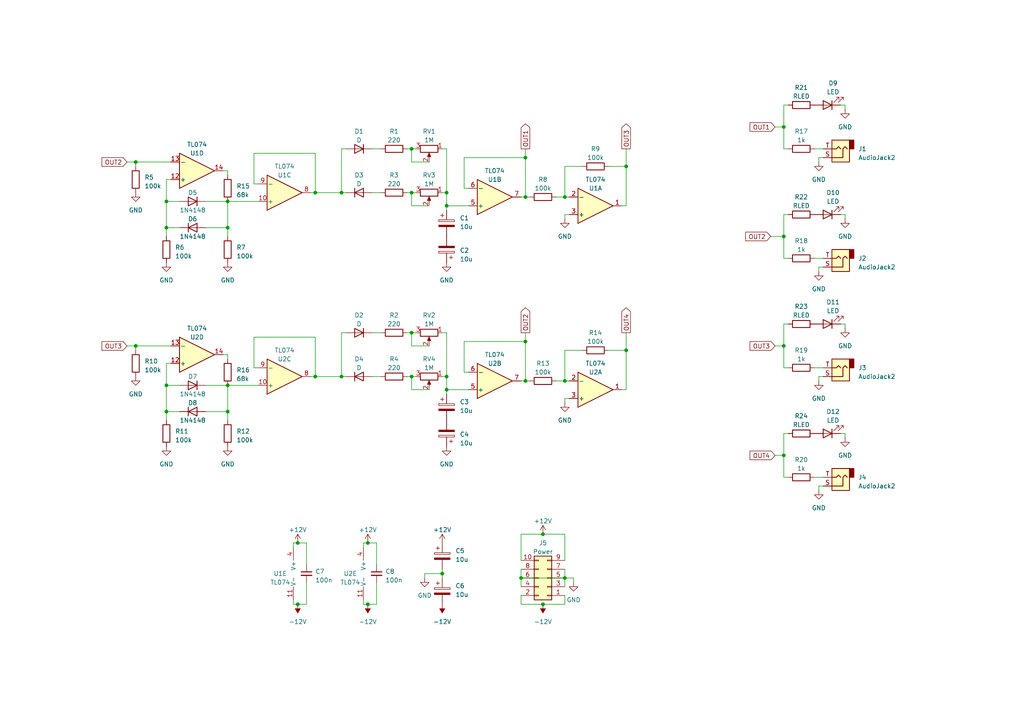
<source format=kicad_sch>
(kicad_sch (version 20231120) (generator "eeschema") (generator_version "8.0")
  (paper "A4")
  (title_block (title "BMC031") (date "2023-03-11") (rev "1") (company "Sandelinos") (comment 1 "https://sandelinos.me/diy/BMC31") (comment 2 "(Sandelinos' version)") (comment 3 "Barton Musical Circuits BMC031 Rev1.1"))
  (lib_symbols
    (symbol "Amplifier_Operational:TL074" (pin_names (offset 0.127))
      (property "Reference" "U" (at 0 5.08 0))
      (property "Value" "TL074" (at 0 -5.08 0))
      (symbol "TL074_1_1"
        (polyline (pts (xy -5.08 5.08) (xy 5.08 0) (xy -5.08 -5.08) (xy -5.08 5.08)) (stroke (width 0.254)) (fill (type background)))
        (pin output line (at 7.62 0 180) (length 2.54) (name "~") (number "1"))
        (pin input line (at -7.62 -2.54 0) (length 2.54) (name "-") (number "2"))
        (pin input line (at -7.62 2.54 0) (length 2.54) (name "+") (number "3"))
      )
      (symbol "TL074_2_1"
        (polyline (pts (xy -5.08 5.08) (xy 5.08 0) (xy -5.08 -5.08) (xy -5.08 5.08)) (stroke (width 0.254)) (fill (type background)))
        (pin input line (at -7.62 2.54 0) (length 2.54) (name "+") (number "5"))
        (pin input line (at -7.62 -2.54 0) (length 2.54) (name "-") (number "6"))
        (pin output line (at 7.62 0 180) (length 2.54) (name "~") (number "7"))
      )
      (symbol "TL074_3_1"
        (polyline (pts (xy -5.08 5.08) (xy 5.08 0) (xy -5.08 -5.08) (xy -5.08 5.08)) (stroke (width 0.254)) (fill (type background)))
        (pin input line (at -7.62 2.54 0) (length 2.54) (name "+") (number "10"))
        (pin output line (at 7.62 0 180) (length 2.54) (name "~") (number "8"))
        (pin input line (at -7.62 -2.54 0) (length 2.54) (name "-") (number "9"))
      )
      (symbol "TL074_4_1"
        (polyline (pts (xy -5.08 5.08) (xy 5.08 0) (xy -5.08 -5.08) (xy -5.08 5.08)) (stroke (width 0.254)) (fill (type background)))
        (pin input line (at -7.62 2.54 0) (length 2.54) (name "+") (number "12"))
        (pin input line (at -7.62 -2.54 0) (length 2.54) (name "-") (number "13"))
        (pin output line (at 7.62 0 180) (length 2.54) (name "~") (number "14"))
      )
      (symbol "TL074_5_1"
        (pin power_in line (at -2.54 -7.62 90) (length 3.81) (name "V-") (number "11"))
        (pin power_in line (at -2.54 7.62 270) (length 3.81) (name "V+") (number "4"))
      )
    )
    (symbol "Connector_Audio:AudioJack2"
      (property "Reference" "J" (at 0 8.89 0))
      (property "Value" "AudioJack2" (at 0 6.35 0))
      (symbol "AudioJack2_0_1"
        (rectangle (start -3.81 0) (end -2.54 -2.54) (stroke (width 0.254)) (fill (type outline)))
        (rectangle (start -2.54 3.81) (end 2.54 -2.54) (stroke (width 0.254)) (fill (type background)))
        (polyline (pts (xy 0 0) (xy 0.635 -0.635) (xy 1.27 0) (xy 2.54 0)) (stroke (width 0.254)))
        (polyline (pts (xy 2.54 2.54) (xy -0.635 2.54) (xy -0.635 0) (xy -1.27 -0.635) (xy -1.905 0)) (stroke (width 0.254)))
      )
      (symbol "AudioJack2_1_1"
        (pin passive line (at 5.08 2.54 180) (length 2.54) (name "~") (number "S"))
        (pin passive line (at 5.08 0 180) (length 2.54) (name "~") (number "T"))
      )
    )
    (symbol "Connector_Generic:Conn_02x05_Odd_Even" (pin_names (offset 1.016) hide)
      (property "Reference" "J" (at 1.27 7.62 0))
      (property "Value" "Conn_02x05_Odd_Even" (at 1.27 -7.62 0))
      (symbol "Conn_02x05_Odd_Even_1_1"
        (rectangle (start -1.27 -4.953) (end 0 -5.207) (stroke (width 0.1524)))
        (rectangle (start -1.27 -2.413) (end 0 -2.667) (stroke (width 0.1524)))
        (rectangle (start -1.27 0.127) (end 0 -0.127) (stroke (width 0.1524)))
        (rectangle (start -1.27 2.667) (end 0 2.413) (stroke (width 0.1524)))
        (rectangle (start -1.27 5.207) (end 0 4.953) (stroke (width 0.1524)))
        (rectangle (start -1.27 6.35) (end 3.81 -6.35) (stroke (width 0.254)) (fill (type background)))
        (rectangle (start 3.81 -4.953) (end 2.54 -5.207) (stroke (width 0.1524)))
        (rectangle (start 3.81 -2.413) (end 2.54 -2.667) (stroke (width 0.1524)))
        (rectangle (start 3.81 0.127) (end 2.54 -0.127) (stroke (width 0.1524)))
        (rectangle (start 3.81 2.667) (end 2.54 2.413) (stroke (width 0.1524)))
        (rectangle (start 3.81 5.207) (end 2.54 4.953) (stroke (width 0.1524)))
        (pin passive line (at -5.08 5.08 0) (length 3.81) (name "Pin_1") (number "1"))
        (pin passive line (at 7.62 -5.08 180) (length 3.81) (name "Pin_10") (number "10"))
        (pin passive line (at 7.62 5.08 180) (length 3.81) (name "Pin_2") (number "2"))
        (pin passive line (at -5.08 2.54 0) (length 3.81) (name "Pin_3") (number "3"))
        (pin passive line (at 7.62 2.54 180) (length 3.81) (name "Pin_4") (number "4"))
        (pin passive line (at -5.08 0 0) (length 3.81) (name "Pin_5") (number "5"))
        (pin passive line (at 7.62 0 180) (length 3.81) (name "Pin_6") (number "6"))
        (pin passive line (at -5.08 -2.54 0) (length 3.81) (name "Pin_7") (number "7"))
        (pin passive line (at 7.62 -2.54 180) (length 3.81) (name "Pin_8") (number "8"))
        (pin passive line (at -5.08 -5.08 0) (length 3.81) (name "Pin_9") (number "9"))
      )
    )
    (symbol "Device:C_Polarized" (pin_numbers hide) (pin_names (offset 0.254))
      (property "Reference" "C" (at 0.635 2.54 0))
      (property "Value" "C_Polarized" (at 0.635 -2.54 0))
      (symbol "C_Polarized_0_1"
        (rectangle (start -2.286 0.508) (end 2.286 1.016))
        (polyline (pts (xy -1.778 2.286) (xy -0.762 2.286)))
        (polyline (pts (xy -1.27 2.794) (xy -1.27 1.778)))
        (rectangle (start 2.286 -0.508) (end -2.286 -1.016) (fill (type outline)))
      )
      (symbol "C_Polarized_1_1"
        (pin passive line (at 0 3.81 270) (length 2.794) (name "~") (number "1"))
        (pin passive line (at 0 -3.81 90) (length 2.794) (name "~") (number "2"))
      )
    )
    (symbol "Device:C_Small" (pin_numbers hide) (pin_names (offset 0.254) hide)
      (property "Reference" "C" (at 0.254 1.778 0))
      (property "Value" "C_Small" (at 0.254 -2.032 0))
      (symbol "C_Small_0_1"
        (polyline (pts (xy -1.524 -0.508) (xy 1.524 -0.508)) (stroke (width 0.3302)))
        (polyline (pts (xy -1.524 0.508) (xy 1.524 0.508)) (stroke (width 0.3048)))
      )
      (symbol "C_Small_1_1"
        (pin passive line (at 0 2.54 270) (length 2.032) (name "~") (number "1"))
        (pin passive line (at 0 -2.54 90) (length 2.032) (name "~") (number "2"))
      )
    )
    (symbol "Device:D" (pin_numbers hide) (pin_names (offset 1.016) hide)
      (property "Reference" "D" (at 0 2.54 0))
      (property "Value" "D" (at 0 -2.54 0))
      (symbol "D_0_1"
        (polyline (pts (xy -1.27 1.27) (xy -1.27 -1.27)) (stroke (width 0.254)))
        (polyline (pts (xy 1.27 0) (xy -1.27 0)))
        (polyline (pts (xy 1.27 1.27) (xy 1.27 -1.27) (xy -1.27 0) (xy 1.27 1.27)) (stroke (width 0.254)))
      )
      (symbol "D_1_1"
        (pin passive line (at -3.81 0 0) (length 2.54) (name "K") (number "1"))
        (pin passive line (at 3.81 0 180) (length 2.54) (name "A") (number "2"))
      )
    )
    (symbol "Device:LED" (pin_numbers hide) (pin_names (offset 1.016) hide)
      (property "Reference" "D" (at 0 2.54 0))
      (property "Value" "LED" (at 0 -2.54 0))
      (symbol "LED_0_1"
        (polyline (pts (xy -1.27 -1.27) (xy -1.27 1.27)) (stroke (width 0.254)))
        (polyline (pts (xy -1.27 0) (xy 1.27 0)))
        (polyline (pts (xy 1.27 -1.27) (xy 1.27 1.27) (xy -1.27 0) (xy 1.27 -1.27)) (stroke (width 0.254)))
        (polyline (pts (xy -3.048 -0.762) (xy -4.572 -2.286) (xy -3.81 -2.286) (xy -4.572 -2.286) (xy -4.572 -1.524)))
        (polyline (pts (xy -1.778 -0.762) (xy -3.302 -2.286) (xy -2.54 -2.286) (xy -3.302 -2.286) (xy -3.302 -1.524)))
      )
      (symbol "LED_1_1"
        (pin passive line (at -3.81 0 0) (length 2.54) (name "K") (number "1"))
        (pin passive line (at 3.81 0 180) (length 2.54) (name "A") (number "2"))
      )
    )
    (symbol "Device:R" (pin_numbers hide) (pin_names (offset 0))
      (property "Reference" "R" (at 2.032 0 90))
      (property "Value" "R" (at 0 0 90))
      (symbol "R_0_1"
        (rectangle (start -1.016 -2.54) (end 1.016 2.54) (stroke (width 0.254)))
      )
      (symbol "R_1_1"
        (pin passive line (at 0 3.81 270) (length 1.27) (name "~") (number "1"))
        (pin passive line (at 0 -3.81 90) (length 1.27) (name "~") (number "2"))
      )
    )
    (symbol "Device:R_Potentiometer" (pin_names (offset 1.016) hide)
      (property "Reference" "RV" (at -4.445 0 90))
      (property "Value" "R_Potentiometer" (at -2.54 0 90))
      (symbol "R_Potentiometer_0_1"
        (polyline (pts (xy 2.54 0) (xy 1.524 0)))
        (polyline (pts (xy 1.143 0) (xy 2.286 0.508) (xy 2.286 -0.508) (xy 1.143 0)) (fill (type outline)))
        (rectangle (start 1.016 2.54) (end -1.016 -2.54) (stroke (width 0.254)))
      )
      (symbol "R_Potentiometer_1_1"
        (pin passive line (at 0 3.81 270) (length 1.27) (name "1") (number "1"))
        (pin passive line (at 3.81 0 180) (length 1.27) (name "2") (number "2"))
        (pin passive line (at 0 -3.81 90) (length 1.27) (name "3") (number "3"))
      )
    )
    (symbol "power:+12V" (power) (pin_names (offset 0))
      (property "Value" "+12V" (at 0 3.556 0))
      (symbol "+12V_0_1"
        (polyline (pts (xy -0.762 1.27) (xy 0 2.54)))
        (polyline (pts (xy 0 0) (xy 0 2.54)))
        (polyline (pts (xy 0 2.54) (xy 0.762 1.27)))
      )
      (symbol "+12V_1_1"
        (pin power_in line (at 0 0 90) (length 0) hide (name "+12V") (number "1"))
      )
    )
    (symbol "power:-12V" (power) (pin_names (offset 0))
      (property "Value" "-12V" (at 0 3.81 0))
      (symbol "-12V_0_0"
        (pin power_in line (at 0 0 90) (length 0) hide (name "-12V") (number "1"))
      )
      (symbol "-12V_0_1"
        (polyline (pts (xy 0 0) (xy 0 1.27) (xy 0.762 1.27) (xy 0 2.54) (xy -0.762 1.27) (xy 0 1.27)) (fill (type outline)))
      )
    )
    (symbol "power:GND" (power) (pin_names (offset 0))
      (property "Value" "GND" (at 0 -3.81 0))
      (symbol "GND_0_1"
        (polyline (pts (xy 0 0) (xy 0 -1.27) (xy 1.27 -1.27) (xy 0 -2.54) (xy -1.27 -1.27) (xy 0 -1.27)))
      )
      (symbol "GND_1_1"
        (pin power_in line (at 0 0 270) (length 0) hide (name "GND") (number "1"))
      )
    )
  )
  (junction (at 152.4 57.15))
  (junction (at 99.06 109.22))
  (junction (at 129.54 55.88))
  (junction (at 152.4 45.72))
  (junction (at 129.54 109.22))
  (junction (at 227.33 36.83))
  (junction (at 48.26 111.76))
  (junction (at 66.04 66.04))
  (junction (at 66.04 119.38))
  (junction (at 119.38 43.18))
  (junction (at 128.27 166.37))
  (junction (at 227.33 132.08))
  (junction (at 227.33 100.33))
  (junction (at 91.44 109.22))
  (junction (at 152.4 99.06))
  (junction (at 39.37 100.33))
  (junction (at 119.38 109.22))
  (junction (at 66.04 58.42))
  (junction (at 119.38 55.88))
  (junction (at 157.48 175.26))
  (junction (at 48.26 58.42))
  (junction (at 163.83 167.64))
  (junction (at 106.68 175.26))
  (junction (at 66.04 111.76))
  (junction (at 152.4 110.49))
  (junction (at 99.06 55.88))
  (junction (at 39.37 46.99))
  (junction (at 181.61 101.6))
  (junction (at 86.36 157.48))
  (junction (at 119.38 96.52))
  (junction (at 163.83 57.15))
  (junction (at 129.54 113.03))
  (junction (at 151.13 167.64))
  (junction (at 91.44 55.88))
  (junction (at 181.61 48.26))
  (junction (at 48.26 119.38))
  (junction (at 129.54 59.69))
  (junction (at 157.48 154.94))
  (junction (at 86.36 175.26))
  (junction (at 163.83 110.49))
  (junction (at 48.26 66.04))
  (junction (at 106.68 157.48))
  (junction (at 227.33 68.58))
  (wire (pts (xy 128.27 96.52) (xy 129.54 96.52)))
  (wire (pts (xy 227.33 100.33) (xy 224.79 100.33)))
  (wire (pts (xy 86.36 157.48) (xy 88.9 157.48)))
  (wire (pts (xy 227.33 68.58) (xy 223.52 68.58)))
  (wire (pts (xy 129.54 43.18) (xy 129.54 55.88)))
  (wire (pts (xy 245.11 93.98) (xy 245.11 95.25)))
  (wire (pts (xy 163.83 57.15) (xy 161.29 57.15)))
  (wire (pts (xy 105.41 175.26) (xy 105.41 173.99)))
  (wire (pts (xy 134.62 107.95) (xy 135.89 107.95)))
  (wire (pts (xy 163.83 57.15) (xy 163.83 48.26)))
  (wire (pts (xy 129.54 96.52) (xy 129.54 109.22)))
  (wire (pts (xy 91.44 55.88) (xy 99.06 55.88)))
  (wire (pts (xy 227.33 68.58) (xy 227.33 74.93)))
  (wire (pts (xy 245.11 30.48) (xy 245.11 31.75)))
  (wire (pts (xy 73.66 97.79) (xy 91.44 97.79)))
  (wire (pts (xy 236.22 74.93) (xy 238.76 74.93)))
  (wire (pts (xy 176.53 48.26) (xy 181.61 48.26)))
  (wire (pts (xy 227.33 125.73) (xy 227.33 132.08)))
  (wire (pts (xy 152.4 96.52) (xy 152.4 99.06)))
  (wire (pts (xy 48.26 111.76) (xy 48.26 105.41)))
  (wire (pts (xy 236.22 138.43) (xy 238.76 138.43)))
  (wire (pts (xy 73.66 44.45) (xy 91.44 44.45)))
  (wire (pts (xy 227.33 138.43) (xy 228.6 138.43)))
  (wire (pts (xy 163.83 167.64) (xy 163.83 170.18)))
  (wire (pts (xy 36.83 46.99) (xy 39.37 46.99)))
  (wire (pts (xy 152.4 110.49) (xy 153.67 110.49)))
  (wire (pts (xy 48.26 105.41) (xy 49.53 105.41)))
  (wire (pts (xy 165.1 57.15) (xy 163.83 57.15)))
  (wire (pts (xy 176.53 101.6) (xy 181.61 101.6)))
  (wire (pts (xy 227.33 106.68) (xy 228.6 106.68)))
  (wire (pts (xy 129.54 55.88) (xy 129.54 59.69)))
  (wire (pts (xy 119.38 109.22) (xy 119.38 113.03)))
  (wire (pts (xy 163.83 165.1) (xy 163.83 167.64)))
  (wire (pts (xy 118.11 55.88) (xy 119.38 55.88)))
  (wire (pts (xy 49.53 46.99) (xy 39.37 46.99)))
  (wire (pts (xy 128.27 166.37) (xy 123.19 166.37)))
  (wire (pts (xy 52.07 119.38) (xy 48.26 119.38)))
  (wire (pts (xy 237.49 140.97) (xy 238.76 140.97)))
  (wire (pts (xy 119.38 59.69) (xy 124.46 59.69)))
  (wire (pts (xy 134.62 54.61) (xy 134.62 45.72)))
  (wire (pts (xy 152.4 110.49) (xy 151.13 110.49)))
  (wire (pts (xy 128.27 55.88) (xy 129.54 55.88)))
  (wire (pts (xy 237.49 109.22) (xy 238.76 109.22)))
  (wire (pts (xy 243.84 93.98) (xy 245.11 93.98)))
  (wire (pts (xy 134.62 45.72) (xy 152.4 45.72)))
  (wire (pts (xy 151.13 167.64) (xy 151.13 170.18)))
  (wire (pts (xy 66.04 68.58) (xy 66.04 66.04)))
  (wire (pts (xy 129.54 109.22) (xy 129.54 113.03)))
  (wire (pts (xy 163.83 162.56) (xy 163.83 154.94)))
  (wire (pts (xy 59.69 119.38) (xy 66.04 119.38)))
  (wire (pts (xy 129.54 59.69) (xy 129.54 60.96)))
  (wire (pts (xy 107.95 43.18) (xy 110.49 43.18)))
  (wire (pts (xy 129.54 113.03) (xy 129.54 114.3)))
  (wire (pts (xy 123.19 166.37) (xy 123.19 167.64)))
  (wire (pts (xy 163.83 115.57) (xy 163.83 116.84)))
  (wire (pts (xy 228.6 62.23) (xy 227.33 62.23)))
  (wire (pts (xy 59.69 111.76) (xy 66.04 111.76)))
  (wire (pts (xy 228.6 93.98) (xy 227.33 93.98)))
  (wire (pts (xy 39.37 100.33) (xy 39.37 101.6)))
  (wire (pts (xy 52.07 111.76) (xy 48.26 111.76)))
  (wire (pts (xy 124.46 46.99) (xy 119.38 46.99)))
  (wire (pts (xy 91.44 109.22) (xy 90.17 109.22)))
  (wire (pts (xy 88.9 175.26) (xy 86.36 175.26)))
  (wire (pts (xy 48.26 119.38) (xy 48.26 111.76)))
  (wire (pts (xy 152.4 57.15) (xy 151.13 57.15)))
  (wire (pts (xy 99.06 109.22) (xy 100.33 109.22)))
  (wire (pts (xy 85.09 175.26) (xy 85.09 173.99)))
  (wire (pts (xy 118.11 43.18) (xy 119.38 43.18)))
  (wire (pts (xy 107.95 109.22) (xy 110.49 109.22)))
  (wire (pts (xy 73.66 106.68) (xy 73.66 97.79)))
  (wire (pts (xy 99.06 43.18) (xy 99.06 55.88)))
  (wire (pts (xy 134.62 99.06) (xy 152.4 99.06)))
  (wire (pts (xy 181.61 59.69) (xy 180.34 59.69)))
  (wire (pts (xy 243.84 62.23) (xy 245.11 62.23)))
  (wire (pts (xy 237.49 45.72) (xy 238.76 45.72)))
  (wire (pts (xy 105.41 175.26) (xy 106.68 175.26)))
  (wire (pts (xy 236.22 106.68) (xy 238.76 106.68)))
  (wire (pts (xy 99.06 55.88) (xy 100.33 55.88)))
  (wire (pts (xy 85.09 157.48) (xy 86.36 157.48)))
  (wire (pts (xy 48.26 52.07) (xy 49.53 52.07)))
  (wire (pts (xy 64.77 49.53) (xy 66.04 49.53)))
  (wire (pts (xy 128.27 109.22) (xy 129.54 109.22)))
  (wire (pts (xy 227.33 62.23) (xy 227.33 68.58)))
  (wire (pts (xy 107.95 55.88) (xy 110.49 55.88)))
  (wire (pts (xy 66.04 66.04) (xy 66.04 58.42)))
  (wire (pts (xy 135.89 59.69) (xy 129.54 59.69)))
  (wire (pts (xy 166.37 167.64) (xy 166.37 168.91)))
  (wire (pts (xy 227.33 30.48) (xy 227.33 36.83)))
  (wire (pts (xy 48.26 66.04) (xy 48.26 58.42)))
  (wire (pts (xy 48.26 58.42) (xy 48.26 52.07)))
  (wire (pts (xy 119.38 55.88) (xy 120.65 55.88)))
  (wire (pts (xy 88.9 168.91) (xy 88.9 175.26)))
  (wire (pts (xy 135.89 113.03) (xy 129.54 113.03)))
  (wire (pts (xy 152.4 45.72) (xy 152.4 57.15)))
  (wire (pts (xy 228.6 30.48) (xy 227.33 30.48)))
  (wire (pts (xy 106.68 157.48) (xy 109.22 157.48)))
  (wire (pts (xy 91.44 97.79) (xy 91.44 109.22)))
  (wire (pts (xy 163.83 110.49) (xy 161.29 110.49)))
  (wire (pts (xy 86.36 175.26) (xy 85.09 175.26)))
  (wire (pts (xy 85.09 157.48) (xy 85.09 158.75)))
  (wire (pts (xy 128.27 166.37) (xy 128.27 167.64)))
  (wire (pts (xy 237.49 78.74) (xy 237.49 77.47)))
  (wire (pts (xy 105.41 157.48) (xy 105.41 158.75)))
  (wire (pts (xy 165.1 115.57) (xy 163.83 115.57)))
  (wire (pts (xy 36.83 100.33) (xy 39.37 100.33)))
  (wire (pts (xy 128.27 165.1) (xy 128.27 166.37)))
  (wire (pts (xy 100.33 96.52) (xy 99.06 96.52)))
  (wire (pts (xy 91.44 55.88) (xy 90.17 55.88)))
  (wire (pts (xy 66.04 121.92) (xy 66.04 119.38)))
  (wire (pts (xy 109.22 157.48) (xy 109.22 163.83)))
  (wire (pts (xy 59.69 58.42) (xy 66.04 58.42)))
  (wire (pts (xy 119.38 46.99) (xy 119.38 43.18)))
  (wire (pts (xy 48.26 119.38) (xy 48.26 121.92)))
  (wire (pts (xy 119.38 100.33) (xy 119.38 96.52)))
  (wire (pts (xy 181.61 43.18) (xy 181.61 48.26)))
  (wire (pts (xy 237.49 142.24) (xy 237.49 140.97)))
  (wire (pts (xy 227.33 132.08) (xy 227.33 138.43)))
  (wire (pts (xy 52.07 66.04) (xy 48.26 66.04)))
  (wire (pts (xy 163.83 48.26) (xy 168.91 48.26)))
  (wire (pts (xy 163.83 167.64) (xy 166.37 167.64)))
  (wire (pts (xy 152.4 57.15) (xy 153.67 57.15)))
  (wire (pts (xy 243.84 30.48) (xy 245.11 30.48)))
  (wire (pts (xy 128.27 43.18) (xy 129.54 43.18)))
  (wire (pts (xy 100.33 43.18) (xy 99.06 43.18)))
  (wire (pts (xy 227.33 43.18) (xy 228.6 43.18)))
  (wire (pts (xy 99.06 96.52) (xy 99.06 109.22)))
  (wire (pts (xy 163.83 110.49) (xy 163.83 101.6)))
  (wire (pts (xy 157.48 175.26) (xy 163.83 175.26)))
  (wire (pts (xy 237.49 46.99) (xy 237.49 45.72)))
  (wire (pts (xy 237.49 77.47) (xy 238.76 77.47)))
  (wire (pts (xy 227.33 74.93) (xy 228.6 74.93)))
  (wire (pts (xy 243.84 125.73) (xy 245.11 125.73)))
  (wire (pts (xy 163.83 154.94) (xy 157.48 154.94)))
  (wire (pts (xy 48.26 66.04) (xy 48.26 68.58)))
  (wire (pts (xy 64.77 102.87) (xy 66.04 102.87)))
  (wire (pts (xy 119.38 55.88) (xy 119.38 59.69)))
  (wire (pts (xy 237.49 110.49) (xy 237.49 109.22)))
  (wire (pts (xy 152.4 99.06) (xy 152.4 110.49)))
  (wire (pts (xy 74.93 106.68) (xy 73.66 106.68)))
  (wire (pts (xy 52.07 58.42) (xy 48.26 58.42)))
  (wire (pts (xy 91.44 109.22) (xy 99.06 109.22)))
  (wire (pts (xy 119.38 96.52) (xy 120.65 96.52)))
  (wire (pts (xy 105.41 157.48) (xy 106.68 157.48)))
  (wire (pts (xy 151.13 154.94) (xy 151.13 162.56)))
  (wire (pts (xy 66.04 102.87) (xy 66.04 104.14)))
  (wire (pts (xy 106.68 175.26) (xy 109.22 175.26)))
  (wire (pts (xy 245.11 62.23) (xy 245.11 63.5)))
  (wire (pts (xy 59.69 66.04) (xy 66.04 66.04)))
  (wire (pts (xy 157.48 154.94) (xy 151.13 154.94)))
  (wire (pts (xy 66.04 111.76) (xy 74.93 111.76)))
  (wire (pts (xy 107.95 96.52) (xy 110.49 96.52)))
  (wire (pts (xy 88.9 157.48) (xy 88.9 163.83)))
  (wire (pts (xy 163.83 101.6) (xy 168.91 101.6)))
  (wire (pts (xy 151.13 172.72) (xy 151.13 175.26)))
  (wire (pts (xy 119.38 43.18) (xy 120.65 43.18)))
  (wire (pts (xy 163.83 175.26) (xy 163.83 172.72)))
  (wire (pts (xy 119.38 109.22) (xy 120.65 109.22)))
  (wire (pts (xy 151.13 167.64) (xy 163.83 167.64)))
  (wire (pts (xy 165.1 110.49) (xy 163.83 110.49)))
  (wire (pts (xy 151.13 165.1) (xy 151.13 167.64)))
  (wire (pts (xy 227.33 36.83) (xy 224.79 36.83)))
  (wire (pts (xy 74.93 53.34) (xy 73.66 53.34)))
  (wire (pts (xy 73.66 53.34) (xy 73.66 44.45)))
  (wire (pts (xy 134.62 107.95) (xy 134.62 99.06)))
  (wire (pts (xy 109.22 175.26) (xy 109.22 168.91)))
  (wire (pts (xy 66.04 58.42) (xy 74.93 58.42)))
  (wire (pts (xy 227.33 93.98) (xy 227.33 100.33)))
  (wire (pts (xy 118.11 109.22) (xy 119.38 109.22)))
  (wire (pts (xy 228.6 125.73) (xy 227.33 125.73)))
  (wire (pts (xy 134.62 54.61) (xy 135.89 54.61)))
  (wire (pts (xy 181.61 113.03) (xy 180.34 113.03)))
  (wire (pts (xy 151.13 175.26) (xy 157.48 175.26)))
  (wire (pts (xy 118.11 96.52) (xy 119.38 96.52)))
  (wire (pts (xy 49.53 100.33) (xy 39.37 100.33)))
  (wire (pts (xy 245.11 125.73) (xy 245.11 127)))
  (wire (pts (xy 152.4 43.18) (xy 152.4 45.72)))
  (wire (pts (xy 66.04 49.53) (xy 66.04 50.8)))
  (wire (pts (xy 91.44 44.45) (xy 91.44 55.88)))
  (wire (pts (xy 181.61 96.52) (xy 181.61 101.6)))
  (wire (pts (xy 165.1 62.23) (xy 163.83 62.23)))
  (wire (pts (xy 227.33 36.83) (xy 227.33 43.18)))
  (wire (pts (xy 181.61 48.26) (xy 181.61 59.69)))
  (wire (pts (xy 227.33 132.08) (xy 224.79 132.08)))
  (wire (pts (xy 227.33 100.33) (xy 227.33 106.68)))
  (wire (pts (xy 39.37 46.99) (xy 39.37 48.26)))
  (wire (pts (xy 236.22 43.18) (xy 238.76 43.18)))
  (wire (pts (xy 66.04 119.38) (xy 66.04 111.76)))
  (wire (pts (xy 119.38 113.03) (xy 124.46 113.03)))
  (wire (pts (xy 181.61 101.6) (xy 181.61 113.03)))
  (wire (pts (xy 163.83 62.23) (xy 163.83 63.5)))
  (wire (pts (xy 124.46 100.33) (xy 119.38 100.33)))
  (global_label "OUT3" (shape output) (at 181.61 43.18 90) (property "Intersheetrefs" "${INTERSHEET_REFS}" (effects (hide yes))))
  (global_label "OUT2" (shape input) (at 223.52 68.58 180) (property "Intersheetrefs" "${INTERSHEET_REFS}" (effects (hide yes))))
  (global_label "OUT3" (shape input) (at 36.83 100.33 180) (property "Intersheetrefs" "${INTERSHEET_REFS}" (effects (hide yes))))
  (global_label "OUT2" (shape output) (at 152.4 96.52 90) (property "Intersheetrefs" "${INTERSHEET_REFS}" (effects (hide yes))))
  (global_label "OUT1" (shape output) (at 152.4 43.18 90) (property "Intersheetrefs" "${INTERSHEET_REFS}" (effects (hide yes))))
  (global_label "OUT2" (shape input) (at 36.83 46.99 180) (property "Intersheetrefs" "${INTERSHEET_REFS}" (effects (hide yes))))
  (global_label "OUT4" (shape input) (at 224.79 132.08 180) (property "Intersheetrefs" "${INTERSHEET_REFS}" (effects (hide yes))))
  (global_label "OUT3" (shape input) (at 224.79 100.33 180) (property "Intersheetrefs" "${INTERSHEET_REFS}" (effects (hide yes))))
  (global_label "OUT4" (shape output) (at 181.61 96.52 90) (property "Intersheetrefs" "${INTERSHEET_REFS}" (effects (hide yes))))
  (global_label "OUT1" (shape input) (at 224.79 36.83 180) (property "Intersheetrefs" "${INTERSHEET_REFS}" (effects (hide yes))))
  (symbol (lib_id "Device:R") (at 114.3 55.88 90) (unit 1)
    (property "Reference" "R3" (at 114.3 50.8 90))
    (property "Value" "220" (at 114.3 53.34 90))
  )
  (symbol (lib_id "power:GND") (at 48.26 76.2 0) (unit 1)
    (property "Reference" "#PWR03" (effects (hide yes)))
    (property "Value" "GND" (at 48.26 81.28 0))
  )
  (symbol (lib_id "power:GND") (at 66.04 76.2 0) (unit 1)
    (property "Reference" "#PWR04" (effects (hide yes)))
    (property "Value" "GND" (at 66.04 81.28 0))
  )
  (symbol (lib_id "power:GND") (at 245.11 127 0) (unit 1)
    (property "Reference" "#PWR022" (effects (hide yes)))
    (property "Value" "GND" (at 245.11 132.08 0))
  )
  (symbol (lib_id "Device:R") (at 157.48 110.49 90) (unit 1)
    (property "Reference" "R13" (at 157.48 105.41 90))
    (property "Value" "100k" (at 157.48 107.95 90))
  )
  (symbol (lib_id "Device:R_Potentiometer") (at 124.46 109.22 270) (unit 1)
    (property "Reference" "RV4" (at 124.46 104.14 90))
    (property "Value" "1M" (at 124.46 106.68 90))
    (property "Footprint" "OptoDevice:R_LDR_5.0x4.1mm_P3mm_Vertical" (effects (hide yes)))
  )
  (symbol (lib_id "power:GND") (at 123.19 167.64 0) (unit 1)
    (property "Reference" "#PWR025" (effects (hide yes)))
    (property "Value" "GND" (at 123.19 172.72 0))
  )
  (symbol (lib_id "Device:R") (at 232.41 125.73 90) (unit 1)
    (property "Reference" "R24" (at 232.41 120.65 90))
    (property "Value" "RLED" (at 232.41 123.19 90))
  )
  (symbol (lib_id "Amplifier_Operational:TL074") (at 87.63 166.37 0) (unit 5)
    (property "Reference" "U1" (at 81.28 166.37 0))
    (property "Value" "TL074" (at 81.28 168.91 0))
    (property "Datasheet" "http://www.ti.com/lit/ds/symlink/tl071.pdf" (effects (hide yes)))
  )
  (symbol (lib_id "power:GND") (at 66.04 129.54 0) (unit 1)
    (property "Reference" "#PWR08" (effects (hide yes)))
    (property "Value" "GND" (at 66.04 134.62 0))
  )
  (symbol (lib_id "Device:D") (at 55.88 119.38 0) (unit 1)
    (property "Reference" "D8" (at 55.88 116.84 0))
    (property "Value" "1N4148" (at 55.88 121.92 0))
    (property "Sim.Device" "D" (effects (hide yes)))
    (property "Sim.Pins" "1=K 2=A" (effects (hide yes)))
  )
  (symbol (lib_id "Amplifier_Operational:TL074") (at 143.51 110.49 0) (mirror x) (unit 2)
    (property "Reference" "U2" (at 143.51 105.41 0))
    (property "Value" "TL074" (at 143.51 102.87 0))
    (property "Datasheet" "http://www.ti.com/lit/ds/symlink/tl071.pdf" (effects (hide yes)))
  )
  (symbol (lib_id "power:-12V") (at 86.36 175.26 180) (unit 1)
    (property "Reference" "#PWR013" (effects (hide yes)))
    (property "Value" "-12V" (at 86.36 180.34 0))
  )
  (symbol (lib_id "Device:R") (at 232.41 43.18 90) (unit 1)
    (property "Reference" "R17" (at 232.41 38.1 90))
    (property "Value" "1k" (at 232.41 40.64 90))
  )
  (symbol (lib_id "Device:D") (at 104.14 96.52 180) (unit 1)
    (property "Reference" "D2" (at 104.14 91.44 0))
    (property "Value" "D" (at 104.14 93.98 0))
    (property "Sim.Device" "D" (effects (hide yes)))
    (property "Sim.Pins" "1=K 2=A" (effects (hide yes)))
  )
  (symbol (lib_id "Device:C_Polarized") (at 129.54 64.77 0) (unit 1)
    (property "Reference" "C1" (at 133.35 63.246 0) (effects (justify left)))
    (property "Value" "10u" (at 133.35 65.786 0) (effects (justify left)))
  )
  (symbol (lib_id "Device:LED") (at 240.03 125.73 180) (unit 1)
    (property "Reference" "D12" (at 241.6175 119.38 0))
    (property "Value" "LED" (at 241.6175 121.92 0))
  )
  (symbol (lib_id "power:GND") (at 237.49 46.99 0) (unit 1)
    (property "Reference" "#PWR015" (effects (hide yes)))
    (property "Value" "GND" (at 237.49 52.07 0))
  )
  (symbol (lib_id "Device:R") (at 39.37 52.07 0) (unit 1)
    (property "Reference" "R5" (at 41.91 51.435 0) (effects (justify left)))
    (property "Value" "100k" (at 41.91 53.975 0) (effects (justify left)))
  )
  (symbol (lib_id "Device:LED") (at 240.03 93.98 180) (unit 1)
    (property "Reference" "D11" (at 241.6175 87.63 0))
    (property "Value" "LED" (at 241.6175 90.17 0))
  )
  (symbol (lib_id "Device:R") (at 114.3 109.22 90) (unit 1)
    (property "Reference" "R4" (at 114.3 104.14 90))
    (property "Value" "220" (at 114.3 106.68 90))
  )
  (symbol (lib_id "Device:R_Potentiometer") (at 124.46 55.88 270) (unit 1)
    (property "Reference" "RV3" (at 124.46 50.8 90))
    (property "Value" "1M" (at 124.46 53.34 90))
    (property "Footprint" "OptoDevice:R_LDR_5.0x4.1mm_P3mm_Vertical" (effects (hide yes)))
  )
  (symbol (lib_id "Amplifier_Operational:TL074") (at 172.72 59.69 0) (mirror x) (unit 1)
    (property "Reference" "U1" (at 172.72 54.61 0))
    (property "Value" "TL074" (at 172.72 52.07 0))
    (property "Datasheet" "http://www.ti.com/lit/ds/symlink/tl071.pdf" (effects (hide yes)))
  )
  (symbol (lib_id "power:-12V") (at 106.68 175.26 180) (unit 1)
    (property "Reference" "#PWR014" (effects (hide yes)))
    (property "Value" "-12V" (at 106.68 180.34 0))
  )
  (symbol (lib_id "Amplifier_Operational:TL074") (at 57.15 49.53 0) (mirror x) (unit 4)
    (property "Reference" "U1" (at 57.15 44.45 0))
    (property "Value" "TL074" (at 57.15 41.91 0))
    (property "Datasheet" "http://www.ti.com/lit/ds/symlink/tl071.pdf" (effects (hide yes)))
  )
  (symbol (lib_id "Device:R") (at 114.3 96.52 90) (unit 1)
    (property "Reference" "R2" (at 114.3 91.44 90))
    (property "Value" "220" (at 114.3 93.98 90))
  )
  (symbol (lib_id "power:+12V") (at 128.27 157.48 0) (unit 1)
    (property "Reference" "#PWR024" (effects (hide yes)))
    (property "Value" "+12V" (at 128.27 153.67 0))
  )
  (symbol (lib_id "Amplifier_Operational:TL074") (at 143.51 57.15 0) (mirror x) (unit 2)
    (property "Reference" "U1" (at 143.51 52.07 0))
    (property "Value" "TL074" (at 143.51 49.53 0))
    (property "Datasheet" "http://www.ti.com/lit/ds/symlink/tl071.pdf" (effects (hide yes)))
  )
  (symbol (lib_id "Device:D") (at 55.88 111.76 180) (unit 1)
    (property "Reference" "D7" (at 55.88 109.22 0))
    (property "Value" "1N4148" (at 55.88 114.3 0))
    (property "Sim.Device" "D" (effects (hide yes)))
    (property "Sim.Pins" "1=K 2=A" (effects (hide yes)))
  )
  (symbol (lib_id "power:+12V") (at 157.48 154.94 0) (unit 1)
    (property "Reference" "#PWR027" (effects (hide yes)))
    (property "Value" "+12V" (at 157.48 151.13 0))
  )
  (symbol (lib_id "Device:C_Small") (at 88.9 166.37 0) (unit 1)
    (property "Reference" "C7" (at 91.44 165.7413 0) (effects (justify left)))
    (property "Value" "100n" (at 91.44 168.2813 0) (effects (justify left)))
  )
  (symbol (lib_id "power:GND") (at 48.26 129.54 0) (unit 1)
    (property "Reference" "#PWR07" (effects (hide yes)))
    (property "Value" "GND" (at 48.26 134.62 0))
  )
  (symbol (lib_id "Connector_Audio:AudioJack2") (at 243.84 138.43 180) (unit 1)
    (property "Reference" "J4" (at 248.92 138.43 0) (effects (justify right)))
    (property "Value" "AudioJack2" (at 248.92 140.97 0) (effects (justify right)))
  )
  (symbol (lib_id "Device:R") (at 39.37 105.41 0) (unit 1)
    (property "Reference" "R10" (at 41.91 104.775 0) (effects (justify left)))
    (property "Value" "100k" (at 41.91 107.315 0) (effects (justify left)))
  )
  (symbol (lib_id "Device:R") (at 172.72 48.26 90) (unit 1)
    (property "Reference" "R9" (at 172.72 43.18 90))
    (property "Value" "100k" (at 172.72 45.72 90))
  )
  (symbol (lib_id "power:GND") (at 163.83 63.5 0) (unit 1)
    (property "Reference" "#PWR02" (effects (hide yes)))
    (property "Value" "GND" (at 163.83 68.58 0))
  )
  (symbol (lib_id "Device:R") (at 157.48 57.15 90) (unit 1)
    (property "Reference" "R8" (at 157.48 52.07 90))
    (property "Value" "100k" (at 157.48 54.61 90))
  )
  (symbol (lib_id "power:GND") (at 245.11 95.25 0) (unit 1)
    (property "Reference" "#PWR021" (effects (hide yes)))
    (property "Value" "GND" (at 245.11 100.33 0))
  )
  (symbol (lib_id "Connector_Audio:AudioJack2") (at 243.84 106.68 180) (unit 1)
    (property "Reference" "J3" (at 248.92 106.68 0) (effects (justify right)))
    (property "Value" "AudioJack2" (at 248.92 109.22 0) (effects (justify right)))
  )
  (symbol (lib_id "Device:D") (at 104.14 109.22 0) (unit 1)
    (property "Reference" "D4" (at 104.14 104.14 0))
    (property "Value" "D" (at 104.14 106.68 0))
    (property "Sim.Device" "D" (effects (hide yes)))
    (property "Sim.Pins" "1=K 2=A" (effects (hide yes)))
  )
  (symbol (lib_id "Device:C_Polarized") (at 129.54 125.73 180) (unit 1)
    (property "Reference" "C4" (at 133.35 125.984 0) (effects (justify right)))
    (property "Value" "10u" (at 133.35 128.524 0) (effects (justify right)))
  )
  (symbol (lib_id "Device:R") (at 232.41 106.68 90) (unit 1)
    (property "Reference" "R19" (at 232.41 101.6 90))
    (property "Value" "1k" (at 232.41 104.14 90))
  )
  (symbol (lib_id "power:-12V") (at 128.27 175.26 180) (unit 1)
    (property "Reference" "#PWR023" (effects (hide yes)))
    (property "Value" "-12V" (at 128.27 180.34 0))
  )
  (symbol (lib_id "Device:D") (at 55.88 66.04 0) (unit 1)
    (property "Reference" "D6" (at 55.88 63.5 0))
    (property "Value" "1N4148" (at 55.88 68.58 0))
    (property "Sim.Device" "D" (effects (hide yes)))
    (property "Sim.Pins" "1=K 2=A" (effects (hide yes)))
  )
  (symbol (lib_id "power:GND") (at 166.37 168.91 0) (unit 1)
    (property "Reference" "#PWR028" (effects (hide yes)))
    (property "Value" "GND" (at 166.37 173.99 0))
  )
  (symbol (lib_id "Device:LED") (at 240.03 62.23 180) (unit 1)
    (property "Reference" "D10" (at 241.6175 55.88 0))
    (property "Value" "LED" (at 241.6175 58.42 0))
  )
  (symbol (lib_id "Device:R_Potentiometer") (at 124.46 43.18 270) (unit 1)
    (property "Reference" "RV1" (at 124.46 38.1 90))
    (property "Value" "1M" (at 124.46 40.64 90))
    (property "Footprint" "OptoDevice:R_LDR_5.0x4.1mm_P3mm_Vertical" (effects (hide yes)))
  )
  (symbol (lib_id "power:GND") (at 129.54 129.54 0) (unit 1)
    (property "Reference" "#PWR09" (effects (hide yes)))
    (property "Value" "GND" (at 129.54 134.62 0))
  )
  (symbol (lib_id "power:GND") (at 237.49 110.49 0) (unit 1)
    (property "Reference" "#PWR019" (effects (hide yes)))
    (property "Value" "GND" (at 237.49 115.57 0))
  )
  (symbol (lib_id "Amplifier_Operational:TL074") (at 172.72 113.03 0) (mirror x) (unit 1)
    (property "Reference" "U2" (at 172.72 107.95 0))
    (property "Value" "TL074" (at 172.72 105.41 0))
    (property "Datasheet" "http://www.ti.com/lit/ds/symlink/tl071.pdf" (effects (hide yes)))
  )
  (symbol (lib_id "power:GND") (at 237.49 142.24 0) (unit 1)
    (property "Reference" "#PWR020" (effects (hide yes)))
    (property "Value" "GND" (at 237.49 147.32 0))
  )
  (symbol (lib_id "power:GND") (at 245.11 63.5 0) (unit 1)
    (property "Reference" "#PWR018" (effects (hide yes)))
    (property "Value" "GND" (at 245.11 68.58 0))
  )
  (symbol (lib_id "Device:C_Polarized") (at 129.54 72.39 180) (unit 1)
    (property "Reference" "C2" (at 133.35 72.644 0) (effects (justify right)))
    (property "Value" "10u" (at 133.35 75.184 0) (effects (justify right)))
  )
  (symbol (lib_id "Device:D") (at 104.14 55.88 0) (unit 1)
    (property "Reference" "D3" (at 104.14 50.8 0))
    (property "Value" "D" (at 104.14 53.34 0))
    (property "Sim.Device" "D" (effects (hide yes)))
    (property "Sim.Pins" "1=K 2=A" (effects (hide yes)))
  )
  (symbol (lib_id "Amplifier_Operational:TL074") (at 82.55 55.88 0) (mirror x) (unit 3)
    (property "Reference" "U1" (at 82.55 50.8 0))
    (property "Value" "TL074" (at 82.55 48.26 0))
    (property "Datasheet" "http://www.ti.com/lit/ds/symlink/tl071.pdf" (effects (hide yes)))
  )
  (symbol (lib_id "Amplifier_Operational:TL074") (at 82.55 109.22 0) (mirror x) (unit 3)
    (property "Reference" "U2" (at 82.55 104.14 0))
    (property "Value" "TL074" (at 82.55 101.6 0))
    (property "Datasheet" "http://www.ti.com/lit/ds/symlink/tl071.pdf" (effects (hide yes)))
  )
  (symbol (lib_id "Device:R") (at 66.04 125.73 0) (unit 1)
    (property "Reference" "R12" (at 68.58 125.095 0) (effects (justify left)))
    (property "Value" "100k" (at 68.58 127.635 0) (effects (justify left)))
  )
  (symbol (lib_id "Device:R") (at 232.41 74.93 90) (unit 1)
    (property "Reference" "R18" (at 232.41 69.85 90))
    (property "Value" "1k" (at 232.41 72.39 90))
  )
  (symbol (lib_id "Device:R") (at 232.41 30.48 90) (unit 1)
    (property "Reference" "R21" (at 232.41 25.4 90))
    (property "Value" "RLED" (at 232.41 27.94 90))
  )
  (symbol (lib_id "Device:R") (at 232.41 93.98 90) (unit 1)
    (property "Reference" "R23" (at 232.41 88.9 90))
    (property "Value" "RLED" (at 232.41 91.44 90))
  )
  (symbol (lib_id "Device:C_Small") (at 109.22 166.37 0) (unit 1)
    (property "Reference" "C8" (at 111.76 165.7413 0) (effects (justify left)))
    (property "Value" "100n" (at 111.76 168.2813 0) (effects (justify left)))
  )
  (symbol (lib_id "Device:D") (at 104.14 43.18 180) (unit 1)
    (property "Reference" "D1" (at 104.14 38.1 0))
    (property "Value" "D" (at 104.14 40.64 0))
    (property "Sim.Device" "D" (effects (hide yes)))
    (property "Sim.Pins" "1=K 2=A" (effects (hide yes)))
  )
  (symbol (lib_id "Device:R") (at 66.04 54.61 0) (unit 1)
    (property "Reference" "R15" (at 68.58 53.975 0) (effects (justify left)))
    (property "Value" "68k" (at 68.58 56.515 0) (effects (justify left)))
  )
  (symbol (lib_id "power:GND") (at 129.54 76.2 0) (unit 1)
    (property "Reference" "#PWR01" (effects (hide yes)))
    (property "Value" "GND" (at 129.54 81.28 0))
  )
  (symbol (lib_id "Device:R_Potentiometer") (at 124.46 96.52 270) (unit 1)
    (property "Reference" "RV2" (at 124.46 91.44 90))
    (property "Value" "1M" (at 124.46 93.98 90))
    (property "Footprint" "OptoDevice:R_LDR_5.0x4.1mm_P3mm_Vertical" (effects (hide yes)))
  )
  (symbol (lib_id "power:GND") (at 39.37 109.22 0) (unit 1)
    (property "Reference" "#PWR06" (effects (hide yes)))
    (property "Value" "GND" (at 39.37 114.3 0))
  )
  (symbol (lib_id "Connector_Audio:AudioJack2") (at 243.84 74.93 180) (unit 1)
    (property "Reference" "J2" (at 248.92 74.93 0) (effects (justify right)))
    (property "Value" "AudioJack2" (at 248.92 77.47 0) (effects (justify right)))
  )
  (symbol (lib_id "power:GND") (at 163.83 116.84 0) (unit 1)
    (property "Reference" "#PWR010" (effects (hide yes)))
    (property "Value" "GND" (at 163.83 121.92 0))
  )
  (symbol (lib_id "Device:C_Polarized") (at 128.27 171.45 0) (unit 1)
    (property "Reference" "C6" (at 132.08 169.926 0) (effects (justify left)))
    (property "Value" "10u" (at 132.08 172.466 0) (effects (justify left)))
  )
  (symbol (lib_id "Device:R") (at 232.41 62.23 90) (unit 1)
    (property "Reference" "R22" (at 232.41 57.15 90))
    (property "Value" "RLED" (at 232.41 59.69 90))
  )
  (symbol (lib_id "Device:R") (at 66.04 72.39 0) (unit 1)
    (property "Reference" "R7" (at 68.58 71.755 0) (effects (justify left)))
    (property "Value" "100k" (at 68.58 74.295 0) (effects (justify left)))
  )
  (symbol (lib_id "power:GND") (at 237.49 78.74 0) (unit 1)
    (property "Reference" "#PWR017" (effects (hide yes)))
    (property "Value" "GND" (at 237.49 83.82 0))
  )
  (symbol (lib_id "Device:C_Polarized") (at 129.54 118.11 0) (unit 1)
    (property "Reference" "C3" (at 133.35 116.586 0) (effects (justify left)))
    (property "Value" "10u" (at 133.35 119.126 0) (effects (justify left)))
  )
  (symbol (lib_id "Device:C_Polarized") (at 128.27 161.29 0) (unit 1)
    (property "Reference" "C5" (at 132.08 159.766 0) (effects (justify left)))
    (property "Value" "10u" (at 132.08 162.306 0) (effects (justify left)))
  )
  (symbol (lib_id "Device:D") (at 55.88 58.42 180) (unit 1)
    (property "Reference" "D5" (at 55.88 55.88 0))
    (property "Value" "1N4148" (at 55.88 60.96 0))
    (property "Sim.Device" "D" (effects (hide yes)))
    (property "Sim.Pins" "1=K 2=A" (effects (hide yes)))
  )
  (symbol (lib_id "Device:LED") (at 240.03 30.48 180) (unit 1)
    (property "Reference" "D9" (at 241.6175 24.13 0))
    (property "Value" "LED" (at 241.6175 26.67 0))
  )
  (symbol (lib_id "Device:R") (at 66.04 107.95 0) (unit 1)
    (property "Reference" "R16" (at 68.58 107.315 0) (effects (justify left)))
    (property "Value" "68k" (at 68.58 109.855 0) (effects (justify left)))
  )
  (symbol (lib_id "power:GND") (at 245.11 31.75 0) (unit 1)
    (property "Reference" "#PWR016" (effects (hide yes)))
    (property "Value" "GND" (at 245.11 36.83 0))
  )
  (symbol (lib_id "Device:R") (at 232.41 138.43 90) (unit 1)
    (property "Reference" "R20" (at 232.41 133.35 90))
    (property "Value" "1k" (at 232.41 135.89 90))
  )
  (symbol (lib_id "Amplifier_Operational:TL074") (at 57.15 102.87 0) (mirror x) (unit 4)
    (property "Reference" "U2" (at 57.15 97.79 0))
    (property "Value" "TL074" (at 57.15 95.25 0))
    (property "Datasheet" "http://www.ti.com/lit/ds/symlink/tl071.pdf" (effects (hide yes)))
  )
  (symbol (lib_id "Connector_Audio:AudioJack2") (at 243.84 43.18 180) (unit 1)
    (property "Reference" "J1" (at 248.92 43.18 0) (effects (justify right)))
    (property "Value" "AudioJack2" (at 248.92 45.72 0) (effects (justify right)))
  )
  (symbol (lib_id "power:+12V") (at 106.68 157.48 0) (unit 1)
    (property "Reference" "#PWR012" (effects (hide yes)))
    (property "Value" "+12V" (at 106.68 153.67 0))
  )
  (symbol (lib_id "Connector_Generic:Conn_02x05_Odd_Even") (at 158.75 167.64 180) (unit 1)
    (property "Reference" "J5" (at 157.48 157.48 0))
    (property "Value" "Power" (at 157.48 160.02 0))
  )
  (symbol (lib_id "power:+12V") (at 86.36 157.48 0) (unit 1)
    (property "Reference" "#PWR011" (effects (hide yes)))
    (property "Value" "+12V" (at 86.36 153.67 0))
  )
  (symbol (lib_id "power:GND") (at 39.37 55.88 0) (unit 1)
    (property "Reference" "#PWR05" (effects (hide yes)))
    (property "Value" "GND" (at 39.37 60.96 0))
  )
  (symbol (lib_id "Amplifier_Operational:TL074") (at 107.95 166.37 0) (unit 5)
    (property "Reference" "U2" (at 101.6 166.37 0))
    (property "Value" "TL074" (at 101.6 168.91 0))
    (property "Datasheet" "http://www.ti.com/lit/ds/symlink/tl071.pdf" (effects (hide yes)))
  )
  (symbol (lib_id "power:-12V") (at 157.48 175.26 180) (unit 1)
    (property "Reference" "#PWR026" (effects (hide yes)))
    (property "Value" "-12V" (at 157.48 180.34 0))
  )
  (symbol (lib_id "Device:R") (at 172.72 101.6 90) (unit 1)
    (property "Reference" "R14" (at 172.72 96.52 90))
    (property "Value" "100k" (at 172.72 99.06 90))
  )
  (symbol (lib_id "Device:R") (at 48.26 125.73 0) (unit 1)
    (property "Reference" "R11" (at 50.8 125.095 0) (effects (justify left)))
    (property "Value" "100k" (at 50.8 127.635 0) (effects (justify left)))
  )
  (symbol (lib_id "Device:R") (at 48.26 72.39 0) (unit 1)
    (property "Reference" "R6" (at 50.8 71.755 0) (effects (justify left)))
    (property "Value" "100k" (at 50.8 74.295 0) (effects (justify left)))
  )
  (symbol (lib_id "Device:R") (at 114.3 43.18 90) (unit 1)
    (property "Reference" "R1" (at 114.3 38.1 90))
    (property "Value" "220" (at 114.3 40.64 90))
  )
)
</source>
